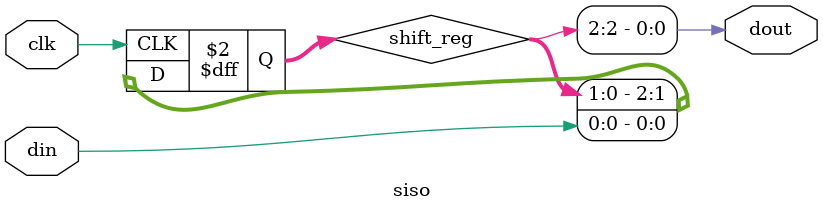
<source format=v>
module siso(
  input clk,din,
  output reg dout
);
  reg [2:0] shift_reg;
  always@(posedge clk) begin
    shift_reg[2] <= shift_reg[1];
    shift_reg[1] <= shift_reg[0];
    shift_reg[0] <= din;
  end
  assign dout = shift_reg[2];
endmodule

</source>
